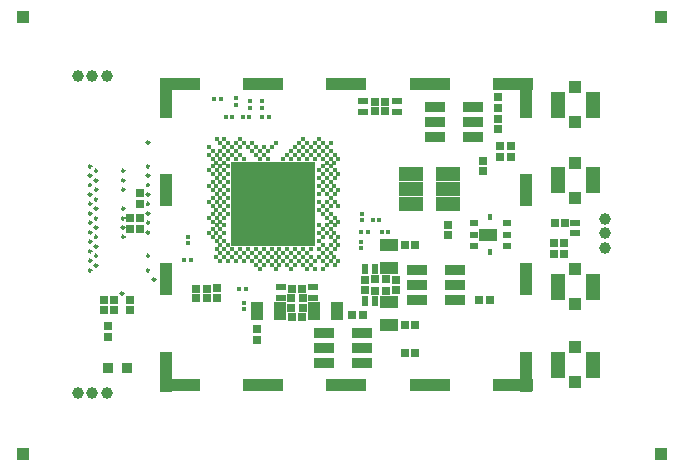
<source format=gts>
G04 (created by PCBNEW (2013-07-07 BZR 4022)-stable) date 19/11/2015 00:50:25*
%MOIN*%
G04 Gerber Fmt 3.4, Leading zero omitted, Abs format*
%FSLAX34Y34*%
G01*
G70*
G90*
G04 APERTURE LIST*
%ADD10C,0.00590551*%
%ADD11C,0.00984252*%
%ADD12R,0.0433071X0.0433071*%
%ADD13R,0.0452756X0.0905512*%
%ADD14R,0.043137X0.043137*%
%ADD15R,0.0273X0.0273*%
%ADD16R,0.039337X0.059037*%
%ADD17C,0.0177165*%
%ADD18R,0.279094X0.279094*%
%ADD19R,0.0177165X0.015748*%
%ADD20R,0.015748X0.0177165*%
%ADD21R,0.059037X0.039337*%
%ADD22R,0.0337X0.0218*%
%ADD23R,0.0218X0.0337*%
%ADD24R,0.0645669X0.0401575*%
%ADD25R,0.015748X0.019685*%
%ADD26R,0.0275591X0.019685*%
%ADD27R,0.0803X0.0453*%
%ADD28C,0.0393701*%
%ADD29R,0.133858X0.0433071*%
%ADD30R,0.0433071X0.133858*%
%ADD31R,0.0433071X0.106299*%
%ADD32R,0.035337X0.035337*%
%ADD33R,0.0688976X0.0338583*%
G04 APERTURE END LIST*
G54D10*
G54D11*
X63307Y-53543D02*
G75*
G03X63307Y-53543I-39J0D01*
G74*
G01*
X64409Y-51496D02*
G75*
G03X64409Y-51496I-39J0D01*
G74*
G01*
X64409Y-51181D02*
G75*
G03X64409Y-51181I-39J0D01*
G74*
G01*
X65236Y-50236D02*
G75*
G03X65236Y-50236I-39J0D01*
G74*
G01*
X65236Y-51023D02*
G75*
G03X65236Y-51023I-39J0D01*
G74*
G01*
X65236Y-51338D02*
G75*
G03X65236Y-51338I-39J0D01*
G74*
G01*
X65236Y-51653D02*
G75*
G03X65236Y-51653I-39J0D01*
G74*
G01*
X65236Y-51968D02*
G75*
G03X65236Y-51968I-39J0D01*
G74*
G01*
X65236Y-52283D02*
G75*
G03X65236Y-52283I-39J0D01*
G74*
G01*
X64409Y-51811D02*
G75*
G03X64409Y-51811I-39J0D01*
G74*
G01*
X64409Y-52440D02*
G75*
G03X64409Y-52440I-39J0D01*
G74*
G01*
X65236Y-52598D02*
G75*
G03X65236Y-52598I-39J0D01*
G74*
G01*
X64409Y-52755D02*
G75*
G03X64409Y-52755I-39J0D01*
G74*
G01*
X65236Y-52913D02*
G75*
G03X65236Y-52913I-39J0D01*
G74*
G01*
X64409Y-53070D02*
G75*
G03X64409Y-53070I-39J0D01*
G74*
G01*
X65236Y-54015D02*
G75*
G03X65236Y-54015I-39J0D01*
G74*
G01*
X64409Y-53385D02*
G75*
G03X64409Y-53385I-39J0D01*
G74*
G01*
X65433Y-54803D02*
G75*
G03X65433Y-54803I-39J0D01*
G74*
G01*
X65236Y-53228D02*
G75*
G03X65236Y-53228I-39J0D01*
G74*
G01*
X65236Y-54488D02*
G75*
G03X65236Y-54488I-39J0D01*
G74*
G01*
X64370Y-55275D02*
G75*
G03X64370Y-55275I-39J0D01*
G74*
G01*
X63307Y-54488D02*
G75*
G03X63307Y-54488I-39J0D01*
G74*
G01*
X63503Y-54330D02*
G75*
G03X63503Y-54330I-39J0D01*
G74*
G01*
X63307Y-54173D02*
G75*
G03X63307Y-54173I-39J0D01*
G74*
G01*
X63503Y-54015D02*
G75*
G03X63503Y-54015I-39J0D01*
G74*
G01*
X63307Y-53858D02*
G75*
G03X63307Y-53858I-39J0D01*
G74*
G01*
X63503Y-53700D02*
G75*
G03X63503Y-53700I-39J0D01*
G74*
G01*
X63503Y-53385D02*
G75*
G03X63503Y-53385I-39J0D01*
G74*
G01*
X63307Y-53228D02*
G75*
G03X63307Y-53228I-39J0D01*
G74*
G01*
X63503Y-53070D02*
G75*
G03X63503Y-53070I-39J0D01*
G74*
G01*
X63307Y-52913D02*
G75*
G03X63307Y-52913I-39J0D01*
G74*
G01*
X63503Y-52755D02*
G75*
G03X63503Y-52755I-39J0D01*
G74*
G01*
X63307Y-52598D02*
G75*
G03X63307Y-52598I-39J0D01*
G74*
G01*
X63503Y-52440D02*
G75*
G03X63503Y-52440I-39J0D01*
G74*
G01*
X63307Y-52283D02*
G75*
G03X63307Y-52283I-39J0D01*
G74*
G01*
X63503Y-52125D02*
G75*
G03X63503Y-52125I-39J0D01*
G74*
G01*
X63307Y-51968D02*
G75*
G03X63307Y-51968I-39J0D01*
G74*
G01*
X63503Y-51811D02*
G75*
G03X63503Y-51811I-39J0D01*
G74*
G01*
X63307Y-51653D02*
G75*
G03X63307Y-51653I-39J0D01*
G74*
G01*
X63503Y-51496D02*
G75*
G03X63503Y-51496I-39J0D01*
G74*
G01*
X63307Y-51338D02*
G75*
G03X63307Y-51338I-39J0D01*
G74*
G01*
X63503Y-51181D02*
G75*
G03X63503Y-51181I-39J0D01*
G74*
G01*
X63307Y-51023D02*
G75*
G03X63307Y-51023I-39J0D01*
G74*
G01*
G54D12*
X79448Y-50905D03*
X79448Y-52086D03*
G54D13*
X80029Y-51496D03*
X78868Y-51496D03*
G54D12*
X79448Y-48385D03*
X79448Y-49566D03*
G54D13*
X80029Y-48976D03*
X78868Y-48976D03*
G54D14*
X61023Y-60629D03*
X61023Y-46062D03*
X82283Y-60629D03*
X82283Y-46062D03*
G54D12*
X79448Y-58228D03*
X79448Y-57047D03*
G54D13*
X78868Y-57637D03*
X80029Y-57637D03*
G54D12*
X79448Y-54448D03*
X79448Y-55629D03*
G54D13*
X80029Y-55039D03*
X78868Y-55039D03*
G54D15*
X67165Y-55118D03*
X66811Y-55118D03*
G54D16*
X68837Y-55846D03*
X69587Y-55846D03*
X71497Y-55846D03*
X70747Y-55846D03*
G54D17*
X69187Y-50774D03*
X71285Y-50774D03*
X71547Y-50774D03*
X71022Y-50774D03*
X71416Y-50642D03*
X70760Y-50774D03*
X70498Y-50774D03*
X70236Y-50774D03*
X69974Y-50774D03*
X69711Y-50774D03*
X68925Y-50774D03*
X71285Y-50511D03*
X68400Y-50774D03*
X68138Y-50774D03*
X67876Y-50774D03*
X67614Y-50774D03*
X67351Y-50774D03*
X71153Y-50642D03*
X70891Y-50642D03*
X70629Y-50642D03*
X70367Y-50642D03*
X70105Y-50642D03*
X69842Y-50642D03*
X69056Y-50642D03*
X68794Y-50642D03*
X68269Y-50642D03*
X68007Y-50642D03*
X67745Y-50642D03*
X67483Y-50642D03*
X67220Y-50642D03*
X71022Y-50511D03*
X70760Y-50511D03*
X70498Y-50511D03*
X70236Y-50511D03*
X69974Y-50511D03*
X69187Y-50511D03*
X68925Y-50511D03*
X68662Y-50511D03*
X68138Y-50511D03*
X67876Y-50511D03*
X67614Y-50511D03*
X67351Y-50511D03*
X71152Y-50380D03*
X70890Y-50380D03*
X70628Y-50380D03*
X70366Y-50380D03*
X70103Y-50380D03*
X69317Y-50380D03*
X69055Y-50380D03*
X68792Y-50380D03*
X68530Y-50380D03*
X68268Y-50380D03*
X68006Y-50380D03*
X67744Y-50380D03*
X67219Y-50380D03*
X67483Y-50118D03*
X67745Y-50118D03*
X68269Y-50118D03*
X70367Y-50118D03*
X70891Y-50118D03*
X67614Y-50249D03*
X67876Y-50249D03*
X68138Y-50249D03*
X68400Y-50249D03*
X68662Y-50249D03*
X69449Y-50249D03*
X70236Y-50249D03*
X70498Y-50249D03*
X70760Y-50249D03*
X71022Y-50249D03*
X71285Y-50249D03*
X71285Y-51560D03*
X71022Y-51560D03*
X67876Y-51560D03*
X67614Y-51560D03*
X67351Y-51560D03*
X71416Y-51429D03*
X71153Y-51429D03*
X70891Y-51429D03*
X67745Y-51429D03*
X67483Y-51429D03*
X67219Y-51691D03*
X67481Y-51691D03*
X67744Y-51691D03*
X70890Y-51691D03*
X71152Y-51691D03*
X71414Y-51691D03*
X67351Y-51822D03*
X67614Y-51822D03*
X67876Y-51822D03*
X71022Y-51822D03*
X67483Y-51953D03*
X67745Y-51953D03*
X70891Y-51953D03*
X71153Y-51953D03*
X67351Y-52085D03*
X67614Y-52085D03*
X67876Y-52085D03*
X71285Y-51822D03*
X71416Y-51953D03*
X71285Y-52085D03*
X71547Y-51822D03*
X71285Y-51298D03*
X71547Y-51298D03*
X71022Y-51298D03*
X71416Y-51167D03*
X71285Y-51036D03*
X67876Y-51298D03*
X67614Y-51298D03*
X67351Y-51298D03*
X71153Y-51167D03*
X70891Y-51167D03*
X67745Y-51167D03*
X67483Y-51167D03*
X67220Y-51167D03*
X71022Y-51036D03*
X67876Y-51036D03*
X67614Y-51036D03*
X67351Y-51036D03*
X71414Y-50905D03*
X71152Y-50905D03*
X67744Y-50905D03*
X67481Y-50905D03*
X71547Y-52347D03*
X71285Y-52347D03*
X71022Y-52347D03*
X67876Y-52347D03*
X67614Y-52347D03*
X67351Y-52347D03*
X71416Y-52216D03*
X71153Y-52216D03*
X70891Y-52216D03*
X67745Y-52216D03*
X67483Y-52216D03*
X67220Y-52216D03*
X67481Y-52478D03*
X67744Y-52478D03*
X70890Y-52478D03*
X71152Y-52478D03*
X67351Y-52609D03*
X67614Y-52609D03*
X67876Y-52609D03*
X71022Y-52609D03*
X67220Y-52740D03*
X67483Y-52740D03*
X67745Y-52740D03*
X71153Y-52740D03*
X67351Y-52871D03*
X67614Y-52871D03*
X71285Y-52609D03*
X71416Y-52740D03*
X71547Y-52871D03*
X71285Y-52871D03*
X71547Y-53396D03*
X71285Y-53658D03*
X71547Y-53658D03*
X71022Y-53658D03*
X71416Y-53527D03*
X71285Y-53396D03*
X67876Y-53658D03*
X67614Y-53658D03*
X70891Y-53527D03*
X67745Y-53527D03*
X67483Y-53527D03*
X71022Y-53396D03*
X67614Y-53396D03*
X67351Y-53396D03*
X71414Y-53264D03*
X71152Y-53264D03*
X70890Y-53264D03*
X67744Y-53264D03*
X67481Y-53264D03*
X67219Y-53264D03*
X67483Y-53002D03*
X67745Y-53002D03*
X70891Y-53002D03*
X71153Y-53002D03*
X71416Y-53002D03*
X67351Y-53133D03*
X67614Y-53133D03*
X71022Y-53133D03*
X71285Y-53133D03*
X71285Y-53920D03*
X71022Y-53920D03*
X70498Y-53920D03*
X70236Y-53920D03*
X69974Y-53920D03*
X69711Y-53920D03*
X69449Y-53920D03*
X69187Y-53920D03*
X68925Y-53920D03*
X68662Y-53920D03*
X68400Y-53920D03*
X68138Y-53920D03*
X67876Y-53920D03*
X67614Y-53920D03*
X71416Y-53789D03*
X71153Y-53789D03*
X70891Y-53789D03*
X70629Y-53789D03*
X70367Y-53789D03*
X70105Y-53789D03*
X69842Y-53789D03*
X69580Y-53789D03*
X69318Y-53789D03*
X69056Y-53789D03*
X68794Y-53789D03*
X68531Y-53789D03*
X68269Y-53789D03*
X68007Y-53789D03*
X67745Y-53789D03*
X67483Y-53789D03*
X67481Y-54051D03*
X67744Y-54051D03*
X68006Y-54051D03*
X68268Y-54051D03*
X68530Y-54051D03*
X68792Y-54051D03*
X69055Y-54051D03*
X69317Y-54051D03*
X69579Y-54051D03*
X69841Y-54051D03*
X70103Y-54051D03*
X70366Y-54051D03*
X70628Y-54051D03*
X70890Y-54051D03*
X71152Y-54051D03*
X71414Y-54051D03*
X67614Y-54182D03*
X67876Y-54182D03*
X68138Y-54182D03*
X68400Y-54182D03*
X68662Y-54182D03*
X68925Y-54182D03*
X69187Y-54182D03*
X69449Y-54182D03*
X69711Y-54182D03*
X69974Y-54182D03*
X70236Y-54182D03*
X70498Y-54182D03*
X70760Y-54182D03*
X71022Y-54182D03*
X68794Y-54313D03*
X69056Y-54313D03*
X69318Y-54313D03*
X69580Y-54313D03*
X69842Y-54313D03*
X70105Y-54313D03*
X70367Y-54313D03*
X70629Y-54313D03*
X71153Y-54313D03*
X68925Y-54444D03*
X71285Y-54182D03*
X69449Y-54444D03*
X69974Y-54444D03*
X70498Y-54444D03*
X70760Y-54444D03*
X71416Y-54313D03*
X71022Y-54444D03*
X71547Y-54182D03*
G54D18*
X69372Y-52279D03*
G54D19*
X66515Y-53592D03*
X66515Y-53375D03*
G54D20*
X66407Y-54153D03*
X66624Y-54153D03*
X68356Y-49389D03*
X68572Y-49389D03*
X68454Y-55118D03*
X68238Y-55118D03*
X67411Y-48779D03*
X67627Y-48779D03*
G54D19*
X72303Y-53769D03*
X72303Y-53553D03*
X68129Y-48986D03*
X68129Y-48769D03*
G54D20*
X72903Y-52814D03*
X72687Y-52814D03*
G54D19*
X72322Y-52608D03*
X72322Y-52824D03*
G54D20*
X68001Y-49389D03*
X67785Y-49389D03*
G54D19*
X68996Y-49084D03*
X68996Y-48868D03*
G54D20*
X69005Y-49389D03*
X69222Y-49389D03*
X73198Y-53208D03*
X72982Y-53208D03*
G54D21*
X73248Y-53660D03*
X73248Y-54410D03*
X73248Y-56319D03*
X73248Y-55569D03*
G54D15*
X76870Y-49074D03*
X76870Y-48720D03*
X76870Y-49448D03*
X76870Y-49802D03*
X78760Y-52933D03*
X79114Y-52933D03*
X75196Y-52972D03*
X75196Y-53326D03*
X76377Y-50846D03*
X76377Y-51200D03*
X72765Y-54793D03*
X73119Y-54793D03*
X76240Y-55492D03*
X76594Y-55492D03*
G54D19*
X68582Y-49084D03*
X68582Y-48868D03*
G54D15*
X64921Y-53110D03*
X64921Y-52756D03*
G54D19*
X68405Y-55580D03*
X68405Y-55797D03*
G54D15*
X67500Y-55078D03*
X67500Y-55432D03*
X73760Y-53641D03*
X74114Y-53641D03*
X72431Y-55167D03*
X72431Y-54813D03*
X73454Y-55167D03*
X73454Y-54813D03*
X73760Y-56318D03*
X74114Y-56318D03*
X72765Y-55187D03*
X73119Y-55187D03*
X67165Y-55433D03*
X66811Y-55433D03*
X70354Y-55413D03*
X70354Y-55767D03*
X69980Y-55413D03*
X69980Y-55767D03*
X69990Y-56062D03*
X70344Y-56062D03*
X69990Y-55118D03*
X70344Y-55118D03*
X73760Y-57244D03*
X74114Y-57244D03*
X72008Y-55984D03*
X72362Y-55984D03*
X68838Y-56456D03*
X68838Y-56810D03*
G54D20*
X72312Y-53208D03*
X72529Y-53208D03*
G54D22*
X70708Y-55406D03*
X70708Y-55066D03*
G54D23*
X72778Y-55521D03*
X72438Y-55521D03*
X72778Y-54458D03*
X72438Y-54458D03*
G54D22*
X69625Y-55406D03*
X69625Y-55066D03*
G54D15*
X76929Y-50354D03*
X77283Y-50354D03*
G54D24*
X76515Y-53307D03*
G54D25*
X76614Y-53877D03*
X76614Y-52736D03*
G54D26*
X77165Y-52933D03*
X77165Y-53307D03*
X77165Y-53681D03*
X76062Y-53681D03*
X76062Y-53307D03*
X76062Y-52933D03*
G54D15*
X76929Y-50708D03*
X77283Y-50708D03*
G54D27*
X75211Y-51791D03*
X73960Y-52291D03*
X73960Y-51791D03*
X73960Y-51291D03*
X75211Y-51291D03*
X75211Y-52291D03*
G54D28*
X80433Y-53267D03*
X80433Y-52795D03*
X80433Y-53740D03*
X63818Y-48031D03*
X63346Y-48031D03*
X62874Y-48031D03*
X62874Y-58582D03*
X63346Y-58582D03*
X63818Y-58582D03*
G54D15*
X64921Y-51929D03*
X64921Y-52283D03*
X64606Y-53110D03*
X64606Y-52756D03*
X64586Y-55826D03*
X64586Y-55472D03*
X64074Y-55826D03*
X64074Y-55472D03*
X63740Y-55826D03*
X63740Y-55472D03*
G54D29*
X71811Y-58326D03*
X71811Y-48287D03*
X77362Y-58326D03*
G54D30*
X77814Y-57874D03*
G54D29*
X66259Y-58326D03*
G54D30*
X65807Y-57874D03*
X77814Y-48740D03*
G54D29*
X77362Y-48287D03*
X66259Y-48287D03*
G54D30*
X65807Y-48740D03*
G54D29*
X74586Y-48287D03*
X69035Y-48287D03*
X69035Y-58326D03*
G54D31*
X65807Y-51830D03*
X65807Y-54783D03*
X77814Y-51830D03*
X77814Y-54783D03*
G54D29*
X74586Y-58326D03*
G54D15*
X63877Y-56358D03*
X63877Y-56712D03*
G54D32*
X64507Y-57755D03*
X63877Y-57755D03*
G54D33*
X74167Y-55490D03*
X74167Y-54490D03*
X75419Y-55490D03*
X75419Y-54490D03*
X75419Y-54990D03*
X74167Y-54990D03*
X71066Y-57586D03*
X71066Y-56586D03*
X72318Y-57586D03*
X72318Y-56586D03*
X72318Y-57086D03*
X71066Y-57086D03*
X74767Y-50047D03*
X74767Y-49047D03*
X76019Y-50047D03*
X76019Y-49047D03*
X76019Y-49547D03*
X74767Y-49547D03*
G54D15*
X72756Y-49192D03*
X73110Y-49192D03*
X72756Y-48877D03*
X73110Y-48877D03*
G54D22*
X72381Y-49205D03*
X72381Y-48865D03*
X73484Y-49205D03*
X73484Y-48865D03*
G54D15*
X79055Y-53602D03*
X79055Y-53956D03*
X78720Y-53602D03*
X78720Y-53956D03*
G54D22*
X79448Y-53260D03*
X79448Y-52920D03*
M02*

</source>
